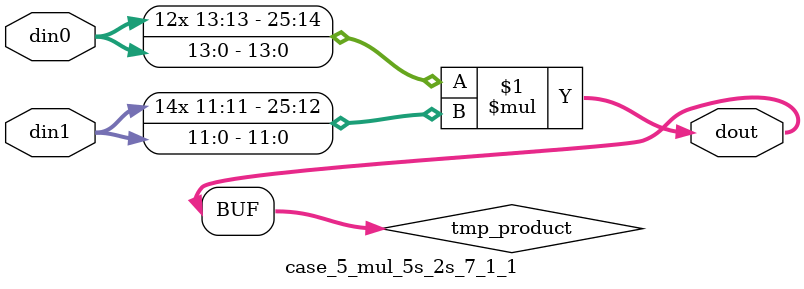
<source format=v>

`timescale 1 ns / 1 ps

 (* use_dsp = "no" *)  module case_5_mul_5s_2s_7_1_1(din0, din1, dout);
parameter ID = 1;
parameter NUM_STAGE = 0;
parameter din0_WIDTH = 14;
parameter din1_WIDTH = 12;
parameter dout_WIDTH = 26;

input [din0_WIDTH - 1 : 0] din0; 
input [din1_WIDTH - 1 : 0] din1; 
output [dout_WIDTH - 1 : 0] dout;

wire signed [dout_WIDTH - 1 : 0] tmp_product;



























assign tmp_product = $signed(din0) * $signed(din1);








assign dout = tmp_product;





















endmodule

</source>
